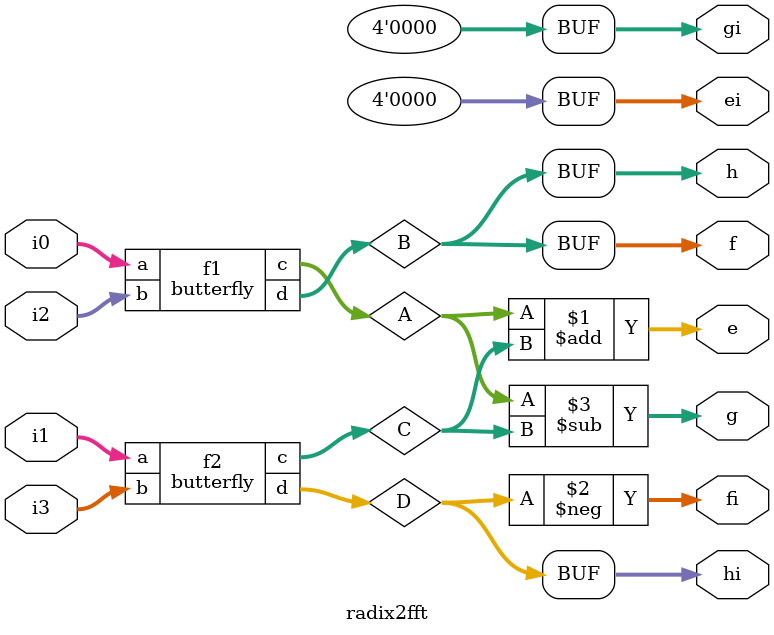
<source format=v>
`timescale 1ns / 1ps

module butterfly(a,b,c,d);
input signed [1:0]a;
input signed [1:0]b;
output signed [3:0]c;
output signed [3:0]d;

assign c=a+b;
assign d=a-b;

endmodule

module radix2fft(i0,i1,i2,i3,e,ei,f,fi,g,gi,h,hi);
input signed [1:0]i0;
input signed [1:0]i1;
input signed [1:0]i2;
input signed [1:0]i3;
output signed [3:0]e;
output signed [3:0]ei;
output signed [3:0]f;
output signed [3:0]fi;
output signed [3:0]g;
output signed [3:0]gi;
output signed [3:0]h;
output signed [3:0]hi;

wire [3:0] A,B,C,D;

butterfly f1(i0,i2,A,B);
butterfly f2(i1,i3,C,D);

assign e=(A+C);
assign ei=4'b0;
assign f=B;
assign fi=-D;
assign g=(A-C);
assign gi=4'b0;
assign h=B;
assign hi=D;

endmodule

</source>
